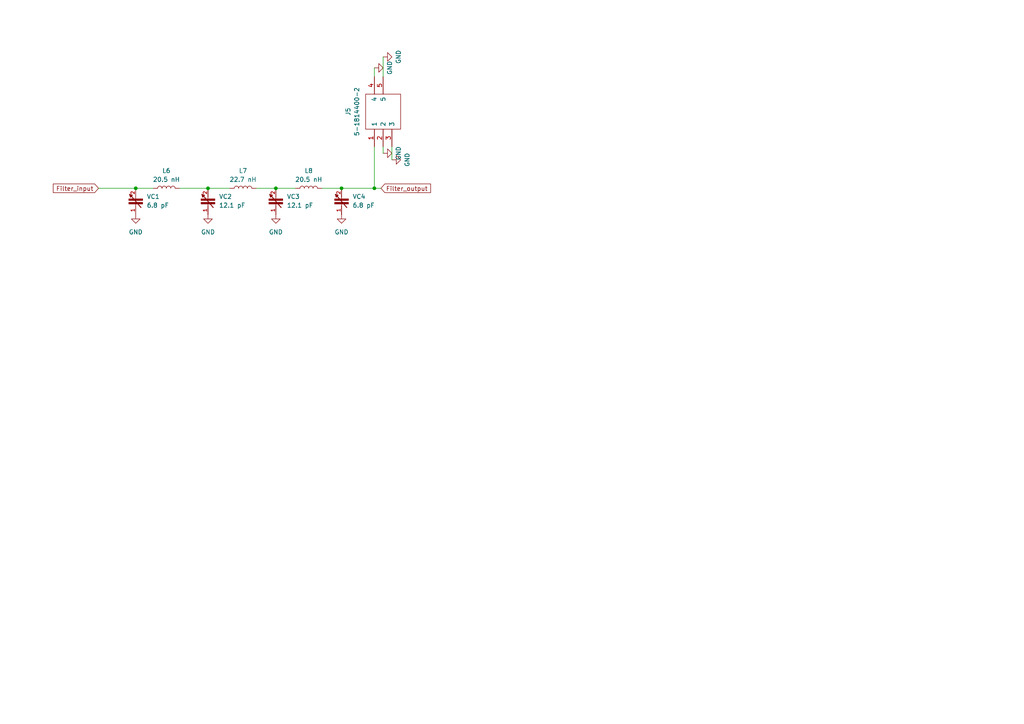
<source format=kicad_sch>
(kicad_sch (version 20230121) (generator eeschema)
  (paper "A4")
  (lib_symbols
    (symbol "Device:L" (pin_numbers hide) (pin_names (offset 1.016) hide)
      (property "Reference" "L" (at -1.27 0 90))
      (property "Value" "L" (at 1.905 0 90))
      (symbol "L_0_1"
        (arc (start 0 -2.54) (mid 0.6323 -1.905) (end 0 -1.27))
        (arc (start 0 -1.27) (mid 0.6323 -0.635) (end 0 0))
        (arc (start 0 0) (mid 0.6323 0.635) (end 0 1.27))
        (arc (start 0 1.27) (mid 0.6323 1.905) (end 0 2.54))
      )
      (symbol "L_1_1"
        (pin passive line (at 0 3.81 270) (length 1.27) (name "1") (number "1"))
        (pin passive line (at 0 -3.81 90) (length 1.27) (name "2") (number "2"))
      )
    )
    (symbol "SMA Jacks:5-1814400-2" (pin_names (offset 0.762))
      (property "Reference" "J" (at 16.51 7.62 0))
      (property "Value" "5-1814400-2" (at 16.51 5.08 0))
      (symbol "5-1814400-2_0_0"
        (pin passive line (at 0 0 0) (length 5.08) (name "1") (number "1"))
        (pin passive line (at 0 -2.54 0) (length 5.08) (name "2") (number "2"))
        (pin passive line (at 0 -5.08 0) (length 5.08) (name "3") (number "3"))
        (pin passive line (at 20.32 0 180) (length 5.08) (name "4") (number "4"))
        (pin passive line (at 20.32 -2.54 180) (length 5.08) (name "5") (number "5"))
      )
      (symbol "5-1814400-2_0_1"
        (polyline (pts (xy 5.08 2.54) (xy 15.24 2.54) (xy 15.24 -7.62) (xy 5.08 -7.62) (xy 5.08 2.54)) (stroke (width 0.1524)))
      )
    )
    (symbol "Variable Capacitor:JR100" (pin_names (offset 1.016))
      (property "Reference" "VC" (at -6.604 4.191 0))
      (property "Value" "JR100" (at -6.604 -5.207 0))
      (symbol "JR100_0_0"
        (rectangle (start -2.032 -2.032) (end -1.524 2.032) (stroke (width 0.1)) (fill (type outline)))
        (rectangle (start -1.016 -2.032) (end -0.508 2.032) (stroke (width 0.1)) (fill (type outline)))
        (polyline (pts (xy -3.048 -1.524) (xy 0.254 1.27)) (stroke (width 0.254)))
        (polyline (pts (xy -2.54 0) (xy -2.032 0)) (stroke (width 0.1524)))
        (polyline (pts (xy 0 0) (xy -0.508 0)) (stroke (width 0.1524)))
        (polyline (pts (xy 0 1.524) (xy 0.254 1.524)) (stroke (width 0.254)))
        (polyline (pts (xy 0 1.524) (xy 0.508 1.016)) (stroke (width 0.254)))
        (polyline (pts (xy 0.254 1.524) (xy 0.508 1.524)) (stroke (width 0.254)))
        (polyline (pts (xy 0.508 1.016) (xy 0.762 1.778)) (stroke (width 0.254)))
        (polyline (pts (xy 0.508 1.27) (xy 0.254 1.524)) (stroke (width 0.254)))
        (polyline (pts (xy 0.508 1.524) (xy 0.508 1.27)) (stroke (width 0.254)))
        (polyline (pts (xy 0.762 1.778) (xy 0 1.524)) (stroke (width 0.254)))
        (pin passive line (at -5.08 0 0) (length 2.54) (name "~") (number "1"))
        (pin passive line (at 2.54 0 180) (length 2.54) (name "~") (number "2"))
      )
    )
    (symbol "power:GND" (power) (pin_names (offset 0))
      (property "Value" "GND" (at 0 -3.81 0))
      (symbol "GND_0_1"
        (polyline (pts (xy 0 0) (xy 0 -1.27) (xy 1.27 -1.27) (xy 0 -2.54) (xy -1.27 -1.27) (xy 0 -1.27)))
      )
      (symbol "GND_1_1"
        (pin power_in line (at 0 0 270) (length 0) hide (name "GND") (number "1"))
      )
    )
  )
  (junction (at 80.01 54.61))
  (junction (at 60.325 54.61))
  (junction (at 99.06 54.61))
  (junction (at 39.37 54.61))
  (junction (at 108.585 54.61))
  (wire (pts (xy 108.585 42.545) (xy 108.585 54.61)))
  (wire (pts (xy 99.06 54.61) (xy 108.585 54.61)))
  (wire (pts (xy 60.325 54.61) (xy 66.675 54.61)))
  (wire (pts (xy 108.585 54.61) (xy 110.49 54.61)))
  (wire (pts (xy 111.125 22.225) (xy 111.125 16.51)))
  (wire (pts (xy 111.125 44.45) (xy 111.125 42.545)))
  (wire (pts (xy 74.295 54.61) (xy 80.01 54.61)))
  (wire (pts (xy 113.665 46.355) (xy 113.665 42.545)))
  (wire (pts (xy 108.585 22.225) (xy 108.585 19.685)))
  (wire (pts (xy 28.575 54.61) (xy 39.37 54.61)))
  (wire (pts (xy 80.01 54.61) (xy 85.725 54.61)))
  (wire (pts (xy 93.345 54.61) (xy 99.06 54.61)))
  (wire (pts (xy 52.07 54.61) (xy 60.325 54.61)))
  (wire (pts (xy 39.37 54.61) (xy 44.45 54.61)))
  (global_label "Filter_input" (shape input) (at 28.575 54.61 180) (property "Intersheetrefs" "${INTERSHEET_REFS}" (at 14.965 54.61 0) (effects (justify right))))
  (global_label "Filter_output" (shape input) (at 110.49 54.61 0) (property "Intersheetrefs" "${INTERSHEET_REFS}" (at 125.3699 54.61 0) (effects (justify left))))
  (symbol (lib_id "Device:L") (at 89.535 54.61 90) (unit 1)
    (property "Reference" "L8" (at 89.535 49.53 90))
    (property "Value" "20.5 nH" (at 89.535 52.07 90))
    (property "Footprint" "0603 Footprint:RESC1608X55N" (effects hide))
  )
  (symbol (lib_id "power:GND") (at 108.585 19.685 90) (unit 1)
    (property "Reference" "#PWR048" (effects hide))
    (property "Value" "GND" (at 113.03 19.685 0))
  )
  (symbol (lib_id "power:GND") (at 80.01 62.23 0) (unit 1)
    (property "Reference" "#PWR042" (effects hide))
    (property "Value" "GND" (at 80.01 67.31 0))
  )
  (symbol (lib_id "Variable Capacitor:JR100") (at 80.01 57.15 90) (unit 1)
    (property "Reference" "VC3" (at 83.185 57.023 90) (effects (justify right)))
    (property "Value" "12.1 pF" (at 83.185 59.563 90) (effects (justify right)))
    (property "Footprint" "varicaps:CAPV_JR100" (effects hide))
    (property "MF" "Voltronics" (effects hide))
    (property "MAXIMUM_PACKAGE_HEIGHT" "1.35mm" (effects hide))
    (property "Package" "Voltronics" (effects hide))
    (property "Price" "None" (effects hide))
    (property "Check_prices" "https://www.snapeda.com/parts/JR100/Voltronics/view-part/?ref=eda" (effects hide))
    (property "STANDARD" "Manufacturer Recommendation" (effects hide))
    (property "PARTREV" "10530" (effects hide))
    (property "SnapEDA_Link" "https://www.snapeda.com/parts/JR100/Voltronics/view-part/?ref=snap" (effects hide))
    (property "MP" "JR100" (effects hide))
    (property "Purchase-URL" "https://www.snapeda.com/api/url_track_click_mouser/?unipart_id=429419&manufacturer=Voltronics&part_name=JR100&search_term=jr100" (effects hide))
    (property "Description" "\n2 ~ 10pF Trimmer Capacitor 125 V Top Surface Mount\n" (effects hide))
    (property "Availability" "In Stock" (effects hide))
    (property "MANUFACTURER" "Knowles Voltronics" (effects hide))
  )
  (symbol (lib_id "Variable Capacitor:JR100") (at 39.37 57.15 90) (unit 1)
    (property "Reference" "VC1" (at 42.545 57.023 90) (effects (justify right)))
    (property "Value" "6.8 pF" (at 42.545 59.563 90) (effects (justify right)))
    (property "Footprint" "varicaps:CAPV_JR100" (effects hide))
    (property "MF" "Voltronics" (effects hide))
    (property "MAXIMUM_PACKAGE_HEIGHT" "1.35mm" (effects hide))
    (property "Package" "Voltronics" (effects hide))
    (property "Price" "None" (effects hide))
    (property "Check_prices" "https://www.snapeda.com/parts/JR100/Voltronics/view-part/?ref=eda" (effects hide))
    (property "STANDARD" "Manufacturer Recommendation" (effects hide))
    (property "PARTREV" "10530" (effects hide))
    (property "SnapEDA_Link" "https://www.snapeda.com/parts/JR100/Voltronics/view-part/?ref=snap" (effects hide))
    (property "MP" "JR100" (effects hide))
    (property "Purchase-URL" "https://www.snapeda.com/api/url_track_click_mouser/?unipart_id=429419&manufacturer=Voltronics&part_name=JR100&search_term=jr100" (effects hide))
    (property "Description" "\n2 ~ 10pF Trimmer Capacitor 125 V Top Surface Mount\n" (effects hide))
    (property "Availability" "In Stock" (effects hide))
    (property "MANUFACTURER" "Knowles Voltronics" (effects hide))
  )
  (symbol (lib_id "power:GND") (at 113.665 46.355 90) (unit 1)
    (property "Reference" "#PWR051" (effects hide))
    (property "Value" "GND" (at 118.11 46.355 0))
  )
  (symbol (lib_id "power:GND") (at 99.06 62.23 0) (unit 1)
    (property "Reference" "#PWR043" (effects hide))
    (property "Value" "GND" (at 99.06 67.31 0))
  )
  (symbol (lib_id "Device:L") (at 70.485 54.61 90) (unit 1)
    (property "Reference" "L7" (at 70.485 49.53 90))
    (property "Value" "22.7 nH" (at 70.485 52.07 90))
    (property "Footprint" "0603 Footprint:RESC1608X55N" (effects hide))
  )
  (symbol (lib_id "power:GND") (at 111.125 44.45 90) (unit 1)
    (property "Reference" "#PWR050" (effects hide))
    (property "Value" "GND" (at 115.57 44.45 0))
  )
  (symbol (lib_id "Variable Capacitor:JR100") (at 99.06 57.15 90) (unit 1)
    (property "Reference" "VC4" (at 102.235 57.023 90) (effects (justify right)))
    (property "Value" "6.8 pF" (at 102.235 59.563 90) (effects (justify right)))
    (property "Footprint" "varicaps:CAPV_JR100" (effects hide))
    (property "MF" "Voltronics" (effects hide))
    (property "MAXIMUM_PACKAGE_HEIGHT" "1.35mm" (effects hide))
    (property "Package" "Voltronics" (effects hide))
    (property "Price" "None" (effects hide))
    (property "Check_prices" "https://www.snapeda.com/parts/JR100/Voltronics/view-part/?ref=eda" (effects hide))
    (property "STANDARD" "Manufacturer Recommendation" (effects hide))
    (property "PARTREV" "10530" (effects hide))
    (property "SnapEDA_Link" "https://www.snapeda.com/parts/JR100/Voltronics/view-part/?ref=snap" (effects hide))
    (property "MP" "JR100" (effects hide))
    (property "Purchase-URL" "https://www.snapeda.com/api/url_track_click_mouser/?unipart_id=429419&manufacturer=Voltronics&part_name=JR100&search_term=jr100" (effects hide))
    (property "Description" "\n2 ~ 10pF Trimmer Capacitor 125 V Top Surface Mount\n" (effects hide))
    (property "Availability" "In Stock" (effects hide))
    (property "MANUFACTURER" "Knowles Voltronics" (effects hide))
  )
  (symbol (lib_id "power:GND") (at 60.325 62.23 0) (unit 1)
    (property "Reference" "#PWR041" (effects hide))
    (property "Value" "GND" (at 60.325 67.31 0))
  )
  (symbol (lib_id "power:GND") (at 39.37 62.23 0) (unit 1)
    (property "Reference" "#PWR040" (effects hide))
    (property "Value" "GND" (at 39.37 67.31 0))
  )
  (symbol (lib_id "SMA Jacks:5-1814400-2") (at 108.585 42.545 90) (unit 1)
    (property "Reference" "J5" (at 100.965 32.385 0))
    (property "Value" "5-1814400-2" (at 103.505 32.385 0))
    (property "Footprint" "sma:518144002" (effects hide))
    (property "Datasheet" "https://www.te.com/commerce/DocumentDelivery/DDEController?Action=srchrtrv&DocNm=1-1773725-8_RF_COAX_QRG&DocType=Data+Sheet&DocLang=English&PartCntxt=5-1814400-2&DocFormat=pdf" (effects hide))
    (property "Description" "SMA R/A PCB Skt GZD" (effects hide))
    (property "Height" "10.63" (effects hide))
    (property "Manufacturer_Name" "TE Connectivity" (effects hide))
    (property "Manufacturer_Part_Number" "5-1814400-2" (effects hide))
    (property "Mouser Part Number" "571-5-1814400-2" (effects hide))
    (property "Mouser Price/Stock" "https://www.mouser.co.uk/ProductDetail/TE-Connectivity/5-1814400-2?qs=xZ%2FP%252Ba9zWqZECmGg8A%252BRQg%3D%3D" (effects hide))
    (property "Arrow Part Number" "5-1814400-2" (effects hide))
    (property "Arrow Price/Stock" "https://www.arrow.com/en/products/5-1814400-2/te-connectivity?region=europe" (effects hide))
  )
  (symbol (lib_id "Device:L") (at 48.26 54.61 90) (unit 1)
    (property "Reference" "L6" (at 48.26 49.53 90))
    (property "Value" "20.5 nH" (at 48.26 52.07 90))
    (property "Footprint" "0603 Footprint:RESC1608X55N" (effects hide))
  )
  (symbol (lib_id "Variable Capacitor:JR100") (at 60.325 57.15 90) (unit 1)
    (property "Reference" "VC2" (at 63.5 57.023 90) (effects (justify right)))
    (property "Value" "12.1 pF" (at 63.5 59.563 90) (effects (justify right)))
    (property "Footprint" "varicaps:CAPV_JR100" (effects hide))
    (property "MF" "Voltronics" (effects hide))
    (property "MAXIMUM_PACKAGE_HEIGHT" "1.35mm" (effects hide))
    (property "Package" "Voltronics" (effects hide))
    (property "Price" "None" (effects hide))
    (property "Check_prices" "https://www.snapeda.com/parts/JR100/Voltronics/view-part/?ref=eda" (effects hide))
    (property "STANDARD" "Manufacturer Recommendation" (effects hide))
    (property "PARTREV" "10530" (effects hide))
    (property "SnapEDA_Link" "https://www.snapeda.com/parts/JR100/Voltronics/view-part/?ref=snap" (effects hide))
    (property "MP" "JR100" (effects hide))
    (property "Purchase-URL" "https://www.snapeda.com/api/url_track_click_mouser/?unipart_id=429419&manufacturer=Voltronics&part_name=JR100&search_term=jr100" (effects hide))
    (property "Description" "\n2 ~ 10pF Trimmer Capacitor 125 V Top Surface Mount\n" (effects hide))
    (property "Availability" "In Stock" (effects hide))
    (property "MANUFACTURER" "Knowles Voltronics" (effects hide))
  )
  (symbol (lib_id "power:GND") (at 111.125 16.51 90) (unit 1)
    (property "Reference" "#PWR049" (effects hide))
    (property "Value" "GND" (at 115.57 16.51 0))
  )
)
</source>
